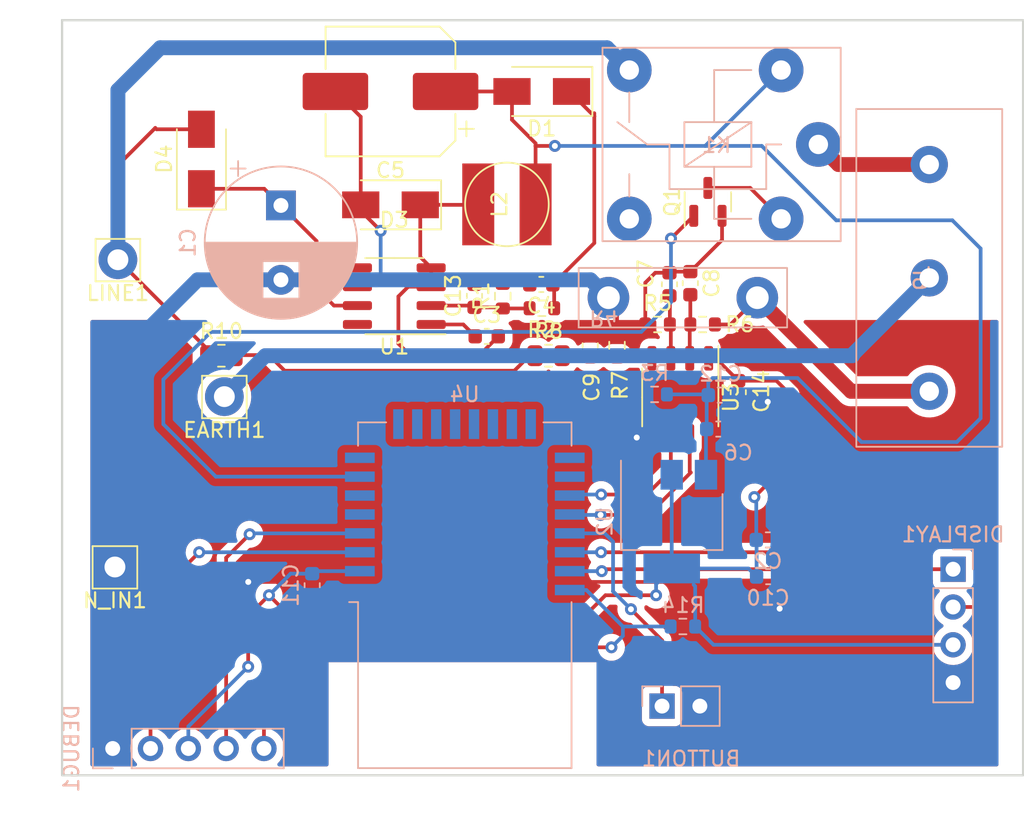
<source format=kicad_pcb>
(kicad_pcb (version 20211014) (generator pcbnew)
  (layers (0 "F.Cu" signal) (31 "B.Cu" signal) (34 "B.Paste" user) (35 "F.Paste" user) (36 "B.SilkS" user "B.Silkscreen") (37 "F.SilkS" user "F.Silkscreen") (38 "B.Mask" user) (39 "F.Mask" user) (44 "Edge.Cuts" user))
  (net 0 "")
  (net 1 "/BUTTON")
  (net 2 "GND")
  (net 3 "Net-(C1-Pad1)")
  (net 4 "+3V3")
  (net 5 "Net-(C3-Pad1)")
  (net 6 "Net-(C4-Pad1)")
  (net 7 "+5V")
  (net 8 "Net-(C7-Pad1)")
  (net 9 "Net-(C8-Pad2)")
  (net 10 "Net-(C9-Pad1)")
  (net 11 "Net-(C13-Pad1)")
  (net 12 "/LINE")
  (net 13 "/DCLK")
  (net 14 "/DDATA")
  (net 15 "/RESET")
  (net 16 "/SDA")
  (net 17 "/SCK")
  (net 18 "/EARTH")
  (net 19 "/LINE_OUT")
  (net 20 "/N_OUT")
  (net 21 "Net-(K1-Pad3)")
  (net 23 "/ON_OFF")
  (net 24 "Net-(R10-Pad2)")
  (net 25 "/CF")
  (net 26 "/CF1")
  (net 40 "/N1")
  (footprint "Capacitor_SMD:CP_Elec_8x10.5" (layer "F.Cu") (at 137.16 40.64 180)
    (fp_text reference "C5" (at 0 -5.3) (layer "F.SilkS"))
    (fp_text value "220uf")
    (pad "1" smd roundrect (at -3.7 0 180) (size 4.4 2.5) (layers "F.Cu" "F.Paste" "F.Mask") (roundrect_rratio 0.1) (net 7 "+5V"))
    (pad "2" smd roundrect (at 3.7 0 180) (size 4.4 2.5) (layers "F.Cu" "F.Paste" "F.Mask") (roundrect_rratio 0.1) (net 2 "GND"))
  )
  (footprint "Package_SO:SOP-8_3.9x4.9mm_P1.27mm" (layer "F.Cu") (at 156.625 61.2 -90)
    (fp_text reference "U3" (at 0 -3.4 90) (layer "F.SilkS"))
    (fp_text value "BL0937")
    (pad "1" smd roundrect (at -2.625 -1.905 270) (size 1.65 0.6) (layers "F.Cu" "F.Paste" "F.Mask") (net 4 "+3V3"))
    (pad "2" smd roundrect (at -2.625 -0.635 270) (size 1.65 0.6) (layers "F.Cu" "F.Paste" "F.Mask") (net 9 "Net-(C8-Pad2)"))
    (pad "3" smd roundrect (at -2.625 0.635 270) (size 1.65 0.6) (layers "F.Cu" "F.Paste" "F.Mask") (net 8 "Net-(C7-Pad1)"))
    (pad "4" smd roundrect (at -2.625 1.905 270) (size 1.65 0.6) (layers "F.Cu" "F.Paste" "F.Mask") (net 10 "Net-(C9-Pad1)"))
    (pad "5" smd roundrect (at 2.625 1.905 270) (size 1.65 0.6) (layers "F.Cu" "F.Paste" "F.Mask") (net 2 "GND"))
    (pad "6" smd roundrect (at 2.625 0.635 270) (size 1.65 0.6) (layers "F.Cu" "F.Paste" "F.Mask") (net 25 "/CF"))
    (pad "7" smd roundrect (at 2.625 -0.635 270) (size 1.65 0.6) (layers "F.Cu" "F.Paste" "F.Mask") (net 26 "/CF1"))
    (pad "8" smd roundrect (at 2.625 -1.905 270) (size 1.65 0.6) (layers "F.Cu" "F.Paste" "F.Mask") (net 2 "GND"))
  )
  (footprint "Resistor_SMD:R_0603_1608Metric" (layer "F.Cu") (at 158.125 56.3 180)
    (fp_text reference "R6" (at -2.5 0) (layer "F.SilkS"))
    (fp_text value "1K")
    (pad "1" smd roundrect (at -0.825 0 180) (size 0.8 0.95) (layers "F.Cu" "F.Paste" "F.Mask") (net 20 "/N_OUT"))
    (pad "2" smd roundrect (at 0.825 0 180) (size 0.8 0.95) (layers "F.Cu" "F.Paste" "F.Mask") (net 9 "Net-(C8-Pad2)"))
  )
  (footprint "Capacitor_SMD:C_0603_1608Metric" (layer "F.Cu") (at 160.52 60.855 90)
    (fp_text reference "C14" (at 0.065 1.55 90) (layer "F.SilkS"))
    (fp_text value "100nF")
    (pad "1" smd roundrect (at -0.775 0 90) (size 0.9 0.95) (layers "F.Cu" "F.Paste" "F.Mask") (net 2 "GND"))
    (pad "2" smd roundrect (at 0.775 0 90) (size 0.9 0.95) (layers "F.Cu" "F.Paste" "F.Mask") (net 4 "+3V3"))
  )
  (footprint "Resistor_SMD:R_0603_1608Metric" (layer "F.Cu") (at 147.33 55.21 180)
    (fp_text reference "R2" (at 0 -1.43) (layer "F.SilkS"))
    (fp_text value "10k")
    (pad "1" smd roundrect (at -0.825 0 180) (size 0.8 0.95) (layers "F.Cu" "F.Paste" "F.Mask") (net 6 "Net-(C4-Pad1)"))
    (pad "2" smd roundrect (at 0.825 0 180) (size 0.8 0.95) (layers "F.Cu" "F.Paste" "F.Mask") (net 11 "Net-(C13-Pad1)"))
  )
  (footprint "Resistor_SMD:R_0603_1608Metric" (layer "F.Cu") (at 144.7 54.4 90)
    (fp_text reference "R1" (at 0 -1.43 90) (layer "F.SilkS"))
    (fp_text value "10k")
    (pad "1" smd roundrect (at -0.825 0 90) (size 0.8 0.95) (layers "F.Cu" "F.Paste" "F.Mask") (net 11 "Net-(C13-Pad1)"))
    (pad "2" smd roundrect (at 0.825 0 90) (size 0.8 0.95) (layers "F.Cu" "F.Paste" "F.Mask") (net 40 "/N1"))
  )
  (footprint "Resistor_SMD:R_0603_1608Metric" (layer "F.Cu") (at 155.1 56.3)
    (fp_text reference "R5" (at 0 -1.43) (layer "F.SilkS"))
    (fp_text value "1k")
    (pad "1" smd roundrect (at -0.825 0) (size 0.8 0.95) (layers "F.Cu" "F.Paste" "F.Mask") (net 2 "GND"))
    (pad "2" smd roundrect (at 0.825 0) (size 0.8 0.95) (layers "F.Cu" "F.Paste" "F.Mask") (net 8 "Net-(C7-Pad1)"))
  )
  (footprint "Diode_SMD:D_SMA" (layer "F.Cu") (at 147.32 40.64 180)
    (fp_text reference "D1" (at 0 -2.5) (layer "F.SilkS"))
    (fp_text value "M7")
    (pad "1" smd rect (at -2 0 180) (size 2.5 1.8) (layers "F.Cu" "F.Paste" "F.Mask") (net 6 "Net-(C4-Pad1)"))
    (pad "2" smd rect (at 2 0 180) (size 2.5 1.8) (layers "F.Cu" "F.Paste" "F.Mask") (net 7 "+5V"))
  )
  (footprint "Package_SO:SOIC-8_3.9x4.9mm_P1.27mm" (layer "F.Cu") (at 137.414 54.396 180)
    (fp_text reference "U1" (at 0 -3.4) (layer "F.SilkS"))
    (fp_text value "MP157")
    (pad "1" smd roundrect (at -2.475 -1.905 180) (size 1.95 0.6) (layers "F.Cu" "F.Paste" "F.Mask") (net 5 "Net-(C3-Pad1)"))
    (pad "2" smd roundrect (at -2.475 -0.635 180) (size 1.95 0.6) (layers "F.Cu" "F.Paste" "F.Mask") (net 11 "Net-(C13-Pad1)"))
    (pad "3" smd roundrect (at -2.475 0.635 180) (size 1.95 0.6) (layers "F.Cu" "F.Paste" "F.Mask") (net 40 "/N1"))
    (pad "4" smd roundrect (at -2.475 1.905 180) (size 1.95 0.6) (layers "F.Cu" "F.Paste" "F.Mask") (net 40 "/N1"))
    (pad "5" smd roundrect (at 2.475 1.905 180) (size 1.95 0.6) (layers "F.Cu" "F.Paste" "F.Mask"))
    (pad "6" smd roundrect (at 2.475 0.635 180) (size 1.95 0.6) (layers "F.Cu" "F.Paste" "F.Mask"))
    (pad "7" smd roundrect (at 2.475 -0.635 180) (size 1.95 0.6) (layers "F.Cu" "F.Paste" "F.Mask") (net 3 "Net-(C1-Pad1)"))
    (pad "8" smd roundrect (at 2.475 -1.905 180) (size 1.95 0.6) (layers "F.Cu" "F.Paste" "F.Mask"))
  )
  (footprint "Diode_SMD:D_SMA" (layer "F.Cu") (at 137.16 48.26 180)
    (fp_text reference "D3" (at -0.254 -1.016) (layer "F.SilkS"))
    (fp_text value "ES1G")
    (pad "1" smd rect (at -2 0 180) (size 2.5 1.8) (layers "F.Cu" "F.Paste" "F.Mask") (net 40 "/N1"))
    (pad "2" smd rect (at 2 0 180) (size 2.5 1.8) (layers "F.Cu" "F.Paste" "F.Mask") (net 2 "GND"))
  )
  (footprint "Resistor_SMD:R_0805_2012Metric" (layer "F.Cu") (at 125.8 58.4)
    (fp_text reference "R10" (at 0 -1.65) (layer "F.SilkS"))
    (fp_text value "1M")
    (pad "1" smd roundrect (at -0.9125 0) (size 1.025 1.4) (layers "F.Cu" "F.Paste" "F.Mask") (roundrect_rratio 0.243902439) (net 12 "/LINE"))
    (pad "2" smd roundrect (at 0.9125 0) (size 1.025 1.4) (layers "F.Cu" "F.Paste" "F.Mask") (roundrect_rratio 0.243902439) (net 24 "Net-(R10-Pad2)"))
  )
  (footprint "Capacitor_SMD:C_0603_1608Metric" (layer "F.Cu") (at 147.29 53.61 180)
    (fp_text reference "C4" (at 0 -1.43) (layer "F.SilkS"))
    (fp_text value "330nF")
    (pad "1" smd roundrect (at -0.775 0 180) (size 0.9 0.95) (layers "F.Cu" "F.Paste" "F.Mask") (net 6 "Net-(C4-Pad1)"))
    (pad "2" smd roundrect (at 0.775 0 180) (size 0.9 0.95) (layers "F.Cu" "F.Paste" "F.Mask") (net 40 "/N1"))
  )
  (footprint "Capacitor_SMD:C_0603_1608Metric" (layer "F.Cu") (at 157.3 53.525 -90)
    (fp_text reference "C8" (at 0 -1.43 90) (layer "F.SilkS"))
    (fp_text value "33nF")
    (pad "1" smd roundrect (at -0.775 0 270) (size 0.9 0.95) (layers "F.Cu" "F.Paste" "F.Mask") (net 2 "GND"))
    (pad "2" smd roundrect (at 0.775 0 270) (size 0.9 0.95) (layers "F.Cu" "F.Paste" "F.Mask") (net 9 "Net-(C8-Pad2)"))
  )
  (footprint "Capacitor_SMD:C_0603_1608Metric" (layer "F.Cu") (at 150.575 57.7 90)
    (fp_text reference "C9" (at -2.825 0.1 90) (layer "F.SilkS"))
    (fp_text value "33nF")
    (pad "1" smd roundrect (at -0.775 0 90) (size 0.9 0.95) (layers "F.Cu" "F.Paste" "F.Mask") (net 10 "Net-(C9-Pad1)"))
    (pad "2" smd roundrect (at 0.775 0 90) (size 0.9 0.95) (layers "F.Cu" "F.Paste" "F.Mask") (net 2 "GND"))
  )
  (footprint "Diode_SMD:D_SMA" (layer "F.Cu") (at 124.46 45.18 90)
    (fp_text reference "D4" (at 0 -2.5 90) (layer "F.SilkS"))
    (fp_text value "M7")
    (pad "1" smd rect (at -2 0 90) (size 2.5 1.8) (layers "F.Cu" "F.Paste" "F.Mask") (net 3 "Net-(C1-Pad1)"))
    (pad "2" smd rect (at 2 0 90) (size 2.5 1.8) (layers "F.Cu" "F.Paste" "F.Mask") (net 12 "/LINE"))
  )
  (footprint "Package_TO_SOT_SMD:SOT-23" (layer "F.Cu") (at 158.48 48.06 90)
    (fp_text reference "Q1" (at 0 -2.4 90) (layer "F.SilkS"))
    (fp_text value "AO3400A")
    (pad "1" smd roundrect (at -0.9375 -0.95 90) (size 1.475 0.6) (layers "F.Cu" "F.Paste" "F.Mask") (net 23 "/ON_OFF"))
    (pad "2" smd roundrect (at -0.9375 0.95 90) (size 1.475 0.6) (layers "F.Cu" "F.Paste" "F.Mask") (net 2 "GND"))
    (pad "3" smd roundrect (at 0.9375 0 90) (size 1.475 0.6) (layers "F.Cu" "F.Paste" "F.Mask") (net 21 "Net-(K1-Pad3)"))
  )
  (footprint "Resistor_SMD:R_0805_2012Metric" (layer "F.Cu") (at 147.775 58.4)
    (fp_text reference "R8" (at 0 -1.65) (layer "F.SilkS"))
    (fp_text value "1M")
    (pad "1" smd roundrect (at -0.9125 0) (size 1.025 1.4) (layers "F.Cu" "F.Paste" "F.Mask") (roundrect_rratio 0.243902439) (net 24 "Net-(R10-Pad2)"))
    (pad "2" smd roundrect (at 0.9125 0) (size 1.025 1.4) (layers "F.Cu" "F.Paste" "F.Mask") (roundrect_rratio 0.243902439) (net 10 "Net-(C9-Pad1)"))
  )
  (footprint "Connector_Pin:Pin_D1.4mm_L8.5mm_W2.8mm_FlatFork" (layer "F.Cu") (at 118.65 72.6)
    (fp_text reference "N_IN1" (at 0 2.25) (layer "F.SilkS"))
    (fp_text value "Conn_01x01_Female")
    (pad "1" thru_hole circle (at 0 0) (size 2.6 2.6) (drill 1.4) (layers *.Cu *.Mask) (net 2 "GND"))
  )
  (footprint "Capacitor_SMD:C_0603_1608Metric" (layer "F.Cu") (at 142.8 54.375 90)
    (fp_text reference "C13" (at 0 -1.43 90) (layer "F.SilkS"))
    (fp_text value "470p")
    (pad "1" smd roundrect (at -0.775 0 90) (size 0.9 0.95) (layers "F.Cu" "F.Paste" "F.Mask") (net 11 "Net-(C13-Pad1)"))
    (pad "2" smd roundrect (at 0.775 0 90) (size 0.9 0.95) (layers "F.Cu" "F.Paste" "F.Mask") (net 40 "/N1"))
  )
  (footprint "Capacitor_SMD:C_0603_1608Metric" (layer "F.Cu") (at 155.9 53.6 90)
    (fp_text reference "C7" (at 0.7 -1.6 90) (layer "F.SilkS"))
    (fp_text value "33nF")
    (pad "1" smd roundrect (at -0.775 0 90) (size 0.9 0.95) (layers "F.Cu" "F.Paste" "F.Mask") (net 8 "Net-(C7-Pad1)"))
    (pad "2" smd roundrect (at 0.775 0 90) (size 0.9 0.95) (layers "F.Cu" "F.Paste" "F.Mask") (net 2 "GND"))
  )
  (footprint "Connector_Pin:Pin_D1.4mm_L8.5mm_W2.8mm_FlatFork" (layer "F.Cu") (at 126 61.15)
    (fp_text reference "EARTH1" (at 0 2.25) (layer "F.SilkS"))
    (fp_text value "Conn_01x01_Female")
    (pad "1" thru_hole circle (at 0 0) (size 2.6 2.6) (drill 1.4) (layers *.Cu *.Mask) (net 18 "/EARTH"))
  )
  (footprint "Connector_Pin:Pin_D1.4mm_L8.5mm_W2.8mm_FlatFork" (layer "F.Cu") (at 118.85 51.95)
    (fp_text reference "LINE1" (at 0 2.25) (layer "F.SilkS"))
    (fp_text value "Conn_01x01_Female")
    (pad "1" thru_hole circle (at 0 0) (size 2.6 2.6) (drill 1.4) (layers *.Cu *.Mask) (net 12 "/LINE"))
  )
  (footprint "custom:sumida_CD54" (layer "F.Cu") (at 144.98 48.23 90)
    (fp_text reference "L2" (at 0 -0.5 90 unlocked) (layer "F.SilkS"))
    (fp_text value "1000uH")
    (pad "1" smd rect (at 0 -1.925 90) (size 5.5 2.15) (layers "F.Cu" "F.Paste" "F.Mask") (net 40 "/N1"))
    (pad "2" smd rect (at 0 1.925 90) (size 5.5 2.15) (layers "F.Cu" "F.Paste" "F.Mask") (net 7 "+5V"))
  )
  (footprint "Capacitor_SMD:C_0603_1608Metric" (layer "F.Cu") (at 143.625 57.1)
    (fp_text reference "C3" (at 0 -1.43) (layer "F.SilkS"))
    (fp_text value "10uf")
    (pad "1" smd roundrect (at -0.775 0) (size 0.9 0.95) (layers "F.Cu" "F.Paste" "F.Mask") (net 5 "Net-(C3-Pad1)"))
    (pad "2" smd roundrect (at 0.775 0) (size 0.9 0.95) (layers "F.Cu" "F.Paste" "F.Mask") (net 40 "/N1"))
  )
  (footprint "Resistor_SMD:R_0603_1608Metric" (layer "F.Cu") (at 152.375 57.7 90)
    (fp_text reference "R7" (at -2.7 0.2 90) (layer "F.SilkS"))
    (fp_text value "1K")
    (pad "1" smd roundrect (at -0.825 0 90) (size 0.8 0.95) (layers "F.Cu" "F.Paste" "F.Mask") (net 10 "Net-(C9-Pad1)"))
    (pad "2" smd roundrect (at 0.825 0 90) (size 0.8 0.95) (layers "F.Cu" "F.Paste" "F.Mask") (net 2 "GND"))
  )
  (footprint "Package_TO_SOT_SMD:SOT-223" (layer "B.Cu") (at 156.05 69.55 -90)
    (fp_text reference "U2" (at 0 4.5 90) (layer "B.SilkS") (effects (justify mirror)))
    (fp_text value "LM1117-3.3")
    (pad "1" smd rect (at -3.15 2.3 270) (size 2 1.5) (layers "B.Cu" "B.Paste" "B.Mask") (net 2 "GND"))
    (pad "2" smd rect (at -3.15 0 270) (size 2 1.5) (layers "B.Cu" "B.Paste" "B.Mask") (net 4 "+3V3"))
    (pad "3" smd rect (at -3.15 -2.3 270) (size 2 1.5) (layers "B.Cu" "B.Paste" "B.Mask") (net 7 "+5V"))
    (pad "4" smd rect (at 3.15 0 270) (size 2 3.8) (layers "B.Cu" "B.Paste" "B.Mask") (net 4 "+3V3"))
  )
  (footprint "Connector_PinSocket_2.54mm:PinSocket_1x05_P2.54mm_Vertical" (layer "B.Cu") (at 118.5 84.8 -90)
    (fp_text reference "DEBUG1" (at 0 2.77 90) (layer "B.SilkS") (effects (justify mirror)))
    (fp_text value "Conn_01x05")
    (pad "1" thru_hole rect (at 0 0 270) (size 1.7 1.7) (drill 1) (layers *.Cu *.Mask) (net 2 "GND"))
    (pad "2" thru_hole oval (at 0 -2.54 270) (size 1.7 1.7) (drill 1) (layers *.Cu *.Mask) (net 13 "/DCLK"))
    (pad "3" thru_hole oval (at 0 -5.08 270) (size 1.7 1.7) (drill 1) (layers *.Cu *.Mask) (net 4 "+3V3"))
    (pad "4" thru_hole oval (at 0 -7.62 270) (size 1.7 1.7) (drill 1) (layers *.Cu *.Mask) (net 14 "/DDATA"))
    (pad "5" thru_hole oval (at 0 -10.16 270) (size 1.7 1.7) (drill 1) (layers *.Cu *.Mask) (net 15 "/RESET"))
  )
  (footprint "Capacitor_SMD:C_0603_1608Metric" (layer "B.Cu") (at 162.505 70.78)
    (fp_text reference "C2" (at 0 1.43) (layer "B.SilkS") (effects (justify mirror)))
    (fp_text value "10uF")
    (pad "1" smd roundrect (at -0.775 0) (size 0.9 0.95) (layers "B.Cu" "B.Paste" "B.Mask") (net 4 "+3V3"))
    (pad "2" smd roundrect (at 0.775 0) (size 0.9 0.95) (layers "B.Cu" "B.Paste" "B.Mask") (net 2 "GND"))
  )
  (footprint "custom:KF128-7.5_3P" (layer "B.Cu") (at 173.35 53.17 -90)
    (fp_text reference "J9" (at 0 0.5 90 unlocked) (layer "B.SilkS") (effects (justify mirror)))
    (fp_text value "KF128-7.5-3P")
    (pad "1" thru_hole circle (at -7.62 0 270) (size 2.5 2.5) (drill 1.3) (layers *.Cu *.Mask) (net 19 "/LINE_OUT"))
    (pad "2" thru_hole circle (at 0 0 270) (size 2.5 2.5) (drill 1.3) (layers *.Cu *.Mask) (net 18 "/EARTH"))
    (pad "3" thru_hole circle (at 7.62 0 270) (size 2.5 2.5) (drill 1.3) (layers *.Cu *.Mask) (net 20 "/N_OUT"))
  )
  (footprint "Capacitor_SMD:C_0603_1608Metric" (layer "B.Cu") (at 159.175 63.33)
    (fp_text reference "C6" (at 1.345 1.59) (layer "B.SilkS") (effects (justify mirror)))
    (fp_text value "10uF")
    (pad "1" smd roundrect (at -0.775 0) (size 0.9 0.95) (layers "B.Cu" "B.Paste" "B.Mask") (net 7 "+5V"))
    (pad "2" smd roundrect (at 0.775 0) (size 0.9 0.95) (layers "B.Cu" "B.Paste" "B.Mask") (net 2 "GND"))
  )
  (footprint "Capacitor_SMD:C_0603_1608Metric" (layer "B.Cu") (at 162.525 73.25)
    (fp_text reference "C10" (at 0 1.43) (layer "B.SilkS") (effects (justify mirror)))
    (fp_text value "100nF")
    (pad "1" smd roundrect (at -0.775 0) (size 0.9 0.95) (layers "B.Cu" "B.Paste" "B.Mask") (net 4 "+3V3"))
    (pad "2" smd roundrect (at 0.775 0) (size 0.9 0.95) (layers "B.Cu" "B.Paste" "B.Mask") (net 2 "GND"))
  )
  (footprint "Capacitor_SMD:C_0603_1608Metric" (layer "B.Cu") (at 159.28 61.05)
    (fp_text reference "C12" (at 0.06 -1.43) (layer "B.SilkS") (effects (justify mirror)))
    (fp_text value "100nF")
    (pad "1" smd roundrect (at -0.775 0) (size 0.9 0.95) (layers "B.Cu" "B.Paste" "B.Mask") (net 7 "+5V"))
    (pad "2" smd roundrect (at 0.775 0) (size 0.9 0.95) (layers "B.Cu" "B.Paste" "B.Mask") (net 2 "GND"))
  )
  (footprint "Resistor_SMD:R_0603_1608Metric" (layer "B.Cu") (at 156.8 76.6 180)
    (fp_text reference "R14" (at 0 1.43) (layer "B.SilkS") (effects (justify mirror)))
    (fp_text value "4.7k")
    (pad "1" smd roundrect (at -0.825 0 180) (size 0.8 0.95) (layers "B.Cu" "B.Paste" "B.Mask") (net 4 "+3V3"))
    (pad "2" smd roundrect (at 0.825 0 180) (size 0.8 0.95) (layers "B.Cu" "B.Paste" "B.Mask") (net 15 "/RESET"))
  )
  (footprint "Connector_PinHeader_2.54mm:PinHeader_1x02_P2.54mm_Vertical" (layer "B.Cu") (at 155.4 81.95 -90)
    (fp_text reference "BUTTON1" (at 3.54 -1.95) (layer "B.SilkS") (effects (justify mirror)))
    (fp_text value "SW_Push")
    (pad "1" thru_hole rect (at 0 0 270) (size 1.7 1.7) (drill 1) (layers *.Cu *.Mask) (net 1 "/BUTTON"))
    (pad "2" thru_hole oval (at 0 -2.54 270) (size 1.7 1.7) (drill 1) (layers *.Cu *.Mask) (net 2 "GND"))
  )
  (footprint "Capacitor_SMD:C_0603_1608Metric" (layer "B.Cu") (at 131.9 73.825 -90)
    (fp_text reference "C11" (at 0 1.43 -270) (layer "B.SilkS") (effects (justify mirror)))
    (fp_text value "100nf")
    (pad "1" smd roundrect (at -0.775 0 270) (size 0.9 0.95) (layers "B.Cu" "B.Paste" "B.Mask") (net 4 "+3V3"))
    (pad "2" smd roundrect (at 0.775 0 270) (size 0.9 0.95) (layers "B.Cu" "B.Paste" "B.Mask") (net 2 "GND"))
  )
  (footprint "RF_Module:E18-MS1-PCB" (layer "B.Cu") (at 142.15 74.5)
    (fp_text reference "U4" (at 0 -13.5) (layer "B.SilkS") (effects (justify mirror)))
    (fp_text value "E18-MS1-PCB")
    (pad "1" smd rect (at -7.05 -0.35 90) (size 0.7 2) (layers "B.Cu" "B.Paste" "B.Mask") (net 2 "GND"))
    (pad "2" smd rect (at -7.05 -1.62 90) (size 0.7 2) (layers "B.Cu" "B.Paste" "B.Mask") (net 4 "+3V3"))
    (pad "3" smd rect (at -7.05 -2.89 90) (size 0.7 2) (layers "B.Cu" "B.Paste" "B.Mask") (net 13 "/DCLK"))
    (pad "4" smd rect (at -7.05 -4.16 90) (size 0.7 2) (layers "B.Cu" "B.Paste" "B.Mask") (net 14 "/DDATA"))
    (pad "5" smd rect (at -7.05 -5.43 90) (size 0.7 2) (layers "B.Cu" "B.Paste" "B.Mask"))
    (pad "6" smd rect (at -7.05 -6.7 90) (size 0.7 2) (layers "B.Cu" "B.Paste" "B.Mask"))
    (pad "7" smd rect (at -7.05 -7.97 90) (size 0.7 2) (layers "B.Cu" "B.Paste" "B.Mask") (net 23 "/ON_OFF"))
    (pad "8" smd rect (at -7.05 -9.24 90) (size 0.7 2) (layers "B.Cu" "B.Paste" "B.Mask"))
    (pad "9" smd rect (at -4.46 -11.5 180) (size 0.7 2) (layers "B.Cu" "B.Paste" "B.Mask"))
    (pad "10" smd rect (at -3.19 -11.5 180) (size 0.7 2) (layers "B.Cu" "B.Paste" "B.Mask"))
    (pad "11" smd rect (at -1.92 -11.5 180) (size 0.7 2) (layers "B.Cu" "B.Paste" "B.Mask"))
    (pad "12" smd rect (at -0.65 -11.5 180) (size 0.7 2) (layers "B.Cu" "B.Paste" "B.Mask"))
    (pad "13" smd rect (at 0.62 -11.5 180) (size 0.7 2) (layers "B.Cu" "B.Paste" "B.Mask"))
    (pad "14" smd rect (at 1.89 -11.5 180) (size 0.7 2) (layers "B.Cu" "B.Paste" "B.Mask"))
    (pad "15" smd rect (at 3.16 -11.5 180) (size 0.7 2) (layers "B.Cu" "B.Paste" "B.Mask"))
    (pad "16" smd rect (at 4.43 -11.5 180) (size 0.7 2) (layers "B.Cu" "B.Paste" "B.Mask"))
    (pad "17" smd rect (at 7.05 -9.24 270) (size 0.7 2) (layers "B.Cu" "B.Paste" "B.Mask"))
    (pad "18" smd rect (at 7.05 -7.97 270) (size 0.7 2) (layers "B.Cu" "B.Paste" "B.Mask"))
    (pad "19" smd rect (at 7.05 -6.7 270) (size 0.7 2) (layers "B.Cu" "B.Paste" "B.Mask") (net 25 "/CF"))
    (pad "20" smd rect (at 7.05 -5.43 270) (size 0.7 2) (layers "B.Cu" "B.Paste" "B.Mask") (net 26 "/CF1"))
    (pad "21" smd rect (at 7.05 -4.16 270) (size 0.7 2) (layers "B.Cu" "B.Paste" "B.Mask") (net 1 "/BUTTON"))
    (pad "22" smd rect (at 7.05 -2.89 270) (size 0.7 2) (layers "B.Cu" "B.Paste" "B.Mask") (net 17 "/SCK"))
    (pad "23" smd rect (at 7.05 -1.62 270) (size 0.7 2) (layers "B.Cu" "B.Paste" "B.Mask") (net 16 "/SDA"))
    (pad "24" smd rect (at 7.05 -0.35 270) (size 0.7 2) (layers "B.Cu" "B.Paste" "B.Mask") (net 15 "/RESET"))
  )
  (footprint "custom:Relay_SPDT_SONGLE_SRA" (layer "B.Cu") (at 158.4 44.2 180)
    (fp_text reference "K1" (at -0.6604 -0.0508 unlocked) (layer "B.SilkS") (effects (justify mirror)))
    (fp_text value "SRA-12VDC-CL")
    (pad "1" thru_hole circle (at -7.5 0 180) (size 3 3) (drill 1.3) (layers *.Cu *.Mask) (net 19 "/LINE_OUT"))
    (pad "2" thru_hole circle (at -5 5 180) (size 3 3) (drill 1.3) (layers *.Cu *.Mask) (net 7 "+5V"))
    (pad "3" thru_hole circle (at -5 -5 180) (size 3 3) (drill 1.3) (layers *.Cu *.Mask) (net 21 "Net-(K1-Pad3)"))
    (pad "4" thru_hole circle (at 5.2 5 180) (size 3 3) (drill 1.3) (layers *.Cu *.Mask) (net 12 "/LINE"))
    (pad "5" thru_hole circle (at 5.2 -5 180) (size 3 3) (drill 1.3) (layers *.Cu *.Mask))
  )
  (footprint "custom:ManganeseCooperResistor" (layer "B.Cu") (at 151.8 54.5)
    (fp_text reference "R4" (at -0.3048 1.3716 180 unlocked) (layer "B.SilkS") (effects (justify mirror)))
    (fp_text value "0.02")
    (pad "1" thru_hole circle (at 0 0) (size 2.794 2.794) (drill 1.524) (layers *.Cu *.Mask) (net 2 "GND"))
    (pad "2" thru_hole circle (at 10 0) (size 2.794 2.794) (drill 1.524) (layers *.Cu *.Mask) (net 20 "/N_OUT"))
  )
  (footprint "Resistor_SMD:R_0603_1608Metric" (layer "B.Cu") (at 154.9 61 180)
    (fp_text reference "R3" (at 0 1.43) (layer "B.SilkS") (effects (justify mirror)))
    (fp_text value "2k")
    (pad "1" smd roundrect (at -0.825 0 180) (size 0.8 0.95) (layers "B.Cu" "B.Paste" "B.Mask") (net 7 "+5V"))
    (pad "2" smd roundrect (at 0.825 0 180) (size 0.8 0.95) (layers "B.Cu" "B.Paste" "B.Mask") (net 2 "GND"))
  )
  (footprint "Connector_PinHeader_2.54mm:PinHeader_1x04_P2.54mm_Vertical" (layer "B.Cu") (at 174.95 72.75 180)
    (fp_text reference "DISPLAY1" (at 0 2.33) (layer "B.SilkS") (effects (justify mirror)))
    (fp_text value "Conn_01x04")
    (pad "1" thru_hole rect (at 0 0 180) (size 1.7 1.7) (drill 1) (layers *.Cu *.Mask) (net 16 "/SDA"))
    (pad "2" thru_hole oval (at 0 -2.54 180) (size 1.7 1.7) (drill 1) (layers *.Cu *.Mask) (net 17 "/SCK"))
    (pad "3" thru_hole oval (at 0 -5.08 180) (size 1.7 1.7) (drill 1) (layers *.Cu *.Mask) (net 4 "+3V3"))
    (pad "4" thru_hole oval (at 0 -7.62 180) (size 1.7 1.7) (drill 1) (layers *.Cu *.Mask) (net 2 "GND"))
  )
  (footprint "Capacitor_THT:CP_Radial_D10.0mm_P5.00mm" (layer "B.Cu") (at 129.8 48.3 -90)
    (fp_text reference "C1" (at 2.5 6.25 90) (layer "B.SilkS") (effects (justify mirror)))
    (fp_text value "10uF")
    (pad "1" thru_hole rect (at 0 0 270) (size 2 2) (drill 1) (layers *.Cu *.Mask) (net 3 "Net-(C1-Pad1)"))
    (pad "2" thru_hole circle (at 5 0 270) (size 2 2) (drill 1) (layers *.Cu *.Mask) (net 2 "GND"))
  )
  (gr_rect (start 179.65 35.85) (end 115.1 86.6) (layer "Edge.Cuts") (width 0.15) (fill none))
  (segment (start 155.4 77.53) (end 155.4 81.95) (width 0.25) (layer "F.Cu") (net 1))
  (segment (start 153.31 75.44) (end 155.4 77.53) (width 0.25) (layer "F.Cu") (net 1))
  (via (at 153.31 75.44) (size 0.8) (drill 0.4) (layers "F.Cu" "B.Cu") (net 1))
  (segment (start 151.5 70.29) (end 152.11 70.9) (width 0.25) (layer "B.Cu") (net 1))
  (segment (start 152.11 74.22) (end 152.11 74.24) (width 0.25) (layer "B.Cu") (net 1))
  (segment (start 149.2 70.34) (end 151.45 70.34) (width 0.25) (layer "B.Cu") (net 1))
  (segment (start 151.45 70.34) (end 151.5 70.29) (width 0.25) (layer "B.Cu") (net 1))
  (segment (start 152.11 70.9) (end 152.11 74.22) (width 0.25) (layer "B.Cu") (net 1))
  (segment (start 152.11 74.24) (end 153.31 75.44) (width 0.25) (layer "B.Cu") (net 1))
  (segment (start 152.375 55.075) (end 151.8 54.5) (width 0.25) (layer "F.Cu") (net 2))
  (segment (start 153.7 63.9) (end 154.645 63.9) (width 0.25) (layer "F.Cu") (net 2))
  (segment (start 158.53 63.825) (end 158.53 63.62) (width 0.25) (layer "F.Cu") (net 2))
  (segment (start 159.4 73.6) (end 159.395489 73.604511) (width 0.25) (layer "F.Cu") (net 2))
  (segment (start 163.3 75.4) (end 163.3 76.59) (width 0.25) (layer "F.Cu") (net 2))
  (segment (start 135.16 48.26) (end 135.16 48.66) (width 0.25) (layer "F.Cu") (net 2))
  (segment (start 157.3 52.75) (end 159.43 50.62) (width 0.25) (layer "F.Cu") (net 2))
  (segment (start 161.2 75.4) (end 159.4 73.6) (width 0.25) (layer "F.Cu") (net 2))
  (segment (start 153.7 56.875) (end 154.275 56.3) (width 0.25) (layer "F.Cu") (net 2))
  (segment (start 133.46 40.64) (end 135.16 42.34) (width 0.25) (layer "F.Cu") (net 2))
  (segment (start 159.395489 73.604511) (end 127.604511 73.604511) (width 0.25) (layer "F.Cu") (net 2))
  (segment (start 174.95 80.37) (end 159.52 80.37) (width 0.25) (layer "F.Cu") (net 2))
  (segment (start 154.72 62.48) (end 154.72 63.825) (width 0.25) (layer "F.Cu") (net 2))
  (segment (start 159.52 80.37) (end 157.94 81.95) (width 0.25) (layer "F.Cu") (net 2))
  (segment (start 118.5 72.75) (end 118.65 72.6) (width 0.25) (layer "F.Cu") (net 2))
  (segment (start 162.37 61.63) (end 162.5 61.5) (width 0.25) (layer "F.Cu") (net 2))
  (segment (start 127.6 73.6) (end 127.604511 73.604511) (width 0.25) (layer "F.Cu") (net 2))
  (segment (start 154.645 63.9) (end 154.72 63.825) (width 0.25) (layer "F.Cu") (net 2))
  (segment (start 135.16 48.66) (end 136.5 50) (width 0.25) (layer "F.Cu") (net 2))
  (segment (start 152.325 56.925) (end 152.375 56.875) (width 0.25) (layer "F.Cu") (net 2))
  (segment (start 157.8 61.7) (end 155.5 61.7) (width 0.25) (layer "F.Cu") (net 2))
  (segment (start 155.9 52.825) (end 154.945 52.825) (width 0.25) (layer "F.Cu") (net 2))
  (segment (start 157.3 52.75) (end 155.975 52.75) (width 0.25) (layer "F.Cu") (net 2))
  (segment (start 158.53 63.62) (end 160.52 61.63) (width 0.25) (layer "F.Cu") (net 2))
  (segment (start 163.3 75.4) (end 161.2 75.4) (width 0.25) (layer "F.Cu") (net 2))
  (segment (start 158.53 63.825) (end 158.53 62.43) (width 0.25) (layer "F.Cu") (net 2))
  (segment (start 135.16 42.34) (end 135.16 48.26) (width 0.25) (layer "F.Cu") (net 2))
  (segment (start 163.3 76.59) (end 157.94 81.95) (width 0.25) (layer "F.Cu") (net 2))
  (segment (start 159.43 50.62) (end 159.43 48.9975) (width 0.25) (layer "F.Cu") (net 2))
  (segment (start 155.975 52.75) (end 155.9 52.825) (width 0.25) (layer "F.Cu") (net 2))
  (segment (start 154.945 52.825) (end 154.275 53.495) (width 0.25) (layer "F.Cu") (net 2))
  (segment (start 152.375 56.875) (end 152.375 55.075) (width 0.25) (layer "F.Cu") (net 2))
  (segment (start 152.375 56.875) (end 153.7 56.875) (width 0.25) (layer "F.Cu") (net 2))
  (segment (start 154.275 53.495) (end 154.275 56.3) (width 0.25) (layer "F.Cu") (net 2))
  (segment (start 160.52 61.63) (end 162.37 61.63) (width 0.25) (layer "F.Cu") (net 2))
  (segment (start 118.5 84.8) (end 118.5 72.75) (width 0.25) (layer "F.Cu") (net 2))
  (segment (start 150.575 56.925) (end 152.325 56.925) (width 0.25) (layer "F.Cu") (net 2))
  (segment (start 158.53 62.43) (end 157.8 61.7) (width 0.25) (layer "F.Cu") (net 2))
  (segment (start 155.5 61.7) (end 154.72 62.48) (width 0.25) (layer "F.Cu") (net 2))
  (via (at 127.604511 73.604511) (size 0.8) (drill 0.4) (layers "F.Cu" "B.Cu") (net 2))
  (via (at 153.7 63.9) (size 0.8) (drill 0.4) (layers "F.Cu" "B.Cu") (net 2))
  (via (at 163.3 75.4) (size 0.8) (drill 0.4) (layers "F.Cu" "B.Cu") (net 2))
  (via (at 162.5 61.5) (size 0.8) (drill 0.4) (layers "F.Cu" "B.Cu") (net 2))
  (via (at 136.5 50) (size 0.8) (drill 0.4) (layers "F.Cu" "B.Cu") (net 2))
  (segment (start 153.7 63.9) (end 153.7 61.375) (width 0.25) (layer "B.Cu") (net 2))
  (segment (start 153.7 61.375) (end 154.075 61) (width 0.25) (layer "B.Cu") (net 2))
  (segment (start 163.3 73.25) (end 163.3 70.8) (width 0.25) (layer "B.Cu") (net 2))
  (segment (start 136.2 53.3) (end 150.6 53.3) (width 1) (layer "B.Cu") (net 2))
  (segment (start 159.95 63.33) (end 163.3 66.68) (width 0.25) (layer "B.Cu") (net 2))
  (segment (start 163.3 73.25) (end 163.3 75.4) (width 0.25) (layer "B.Cu") (net 2))
  (segment (start 162.05 61.05) (end 162.5 61.5) (width 0.25) (layer "B.Cu") (net 2))
  (segment (start 135.1 74.15) (end 133.95 74.15) (width 0.25) (layer "B.Cu") (net 2))
  (segment (start 153.75 66.4) (end 153.75 63.95) (width 0.25) (layer "B.Cu") (net 2))
  (segment (start 129.8 53.3) (end 124.2 53.3) (width 1) (layer "B.Cu") (net 2))
  (segment (start 120.5 72.6) (end 118.65 72.6) (width 0.25) (layer "B.Cu") (net 2))
  (segment (start 163.3 66.68) (end 163.3 70.76) (width 0.25) (layer "B.Cu") (net 2))
  (segment (start 122.35 76.3) (end 118.65 72.6) (width 0.25) (layer "B.Cu") (net 2))
  (segment (start 163.3 70.8) (end 163.28 70.78) (width 0.25) (layer "B.Cu") (net 2))
  (segment (start 129.8 53.3) (end 136.2 53.3) (width 1) (layer "B.Cu") (net 2))
  (segment (start 153.75 63.95) (end 153.7 63.9) (width 0.25) (layer "B.Cu") (net 2))
  (segment (start 130.2 76.3) (end 122.35 76.3) (width 0.25) (layer "B.Cu") (net 2))
  (segment (start 124.2 53.3) (end 118.65 58.85) (width 1) (layer "B.Cu") (net 2))
  (segment (start 118.65 58.85) (end 118.65 72.6) (width 1) (layer "B.Cu") (net 2))
  (segment (start 150.6 53.3) (end 151.8 54.5) (width 1) (layer "B.Cu") (net 2))
  (segment (start 136.5 53) (end 136.2 53.3) (width 0.25) (layer "B.Cu") (net 2))
  (segment (start 136.5 50) (end 136.5 53) (width 0.25) (layer "B.Cu") (net 2))
  (segment (start 160.055 61.05) (end 162.05 61.05) (width 0.25) (layer "B.Cu") (net 2))
  (segment (start 121.5 73.6) (end 120.5 72.6) (width 0.25) (layer "B.Cu") (net 2))
  (segment (start 159.95 63.33) (end 159.95 61.155) (width 0.25) (layer "B.Cu") (net 2))
  (segment (start 163.3 70.76) (end 163.28 70.78) (width 0.25) (layer "B.Cu") (net 2))
  (segment (start 159.95 61.155) (end 160.055 61.05) (width 0.25) (layer "B.Cu") (net 2))
  (segment (start 133.95 74.15) (end 133.5 74.6) (width 0.25) (layer "B.Cu") (net 2))
  (segment (start 131.9 74.6) (end 130.2 76.3) (width 0.25) (layer "B.Cu") (net 2))
  (segment (start 133.5 74.6) (end 131.9 74.6) (width 0.25) (layer "B.Cu") (net 2))
  (segment (start 127.6 73.6) (end 121.5 73.6) (width 0.25) (layer "B.Cu") (net 2))
  (segment (start 127.604511 73.604511) (end 127.6 73.6) (width 0.25) (layer "B.Cu") (net 2))
  (segment (start 124.46 47.18) (end 128.68 47.18) (width 0.25) (layer "F.Cu") (net 3))
  (segment (start 132.19 50.69) (end 129.8 48.3) (width 0.25) (layer "F.Cu") (net 3))
  (segment (start 133.361 55.031) (end 132.19 53.86) (width 0.25) (layer "F.Cu") (net 3))
  (segment (start 134.939 55.031) (end 133.361 55.031) (width 0.25) (layer "F.Cu") (net 3))
  (segment (start 132.19 53.86) (end 132.19 50.69) (width 0.25) (layer "F.Cu") (net 3))
  (segment (start 128.68 47.18) (end 129.8 48.3) (width 0.25) (layer "F.Cu") (net 3))
  (segment (start 127.6 79.3) (end 127.6 75.9) (width 0.25) (layer "F.Cu") (net 4))
  (segment (start 155 74.5) (end 151.6 74.5) (width 0.25) (layer "F.Cu") (net 4))
  (segment (start 164 61) (end 164 65.5) (width 0.25) (layer "F.Cu") (net 4))
  (segment (start 160.52 60.08) (end 163.08 60.08) (width 0.25) (layer "F.Cu") (net 4))
  (segment (start 163.08 60.08) (end 164 61) (width 0.25) (layer "F.Cu") (net 4))
  (segment (start 159.015 58.575) (end 160.52 60.08) (width 0.25) (layer "F.Cu") (net 4))
  (segment (start 149.5 76.6) (end 131.1 76.6) (width 0.25) (layer "F.Cu") (net 4))
  (segment (start 158.53 58.575) (end 159.015 58.575) (width 0.25) (layer "F.Cu") (net 4))
  (segment (start 164 65.5) (end 161.6 67.9) (width 0.25) (layer "F.Cu") (net 4))
  (segment (start 127.6 75.9) (end 129 74.5) (width 0.25) (layer "F.Cu") (net 4))
  (segment (start 151.6 74.5) (end 149.5 76.6) (width 0.25) (layer "F.Cu") (net 4))
  (segment (start 131.1 76.6) (end 129 74.5) (width 0.25) (layer "F.Cu") (net 4))
  (via (at 155 74.5) (size 0.8) (drill 0.4) (layers "F.Cu" "B.Cu") (net 4))
  (via (at 127.6 79.3) (size 0.8) (drill 0.4) (layers "F.Cu" "B.Cu") (net 4))
  (via (at 161.6 67.9) (size 0.8) (drill 0.4) (layers "F.Cu" "B.Cu") (net 4))
  (via (at 129 74.5) (size 0.8) (drill 0.4) (layers "F.Cu" "B.Cu") (net 4))
  (segment (start 123.58 84.8) (end 123.58 83.32) (width 0.25) (layer "B.Cu") (net 4))
  (segment (start 135.1 72.88) (end 132.07 72.88) (width 0.25) (layer "B.Cu") (net 4))
  (segment (start 156.05 66.4) (end 156.05 72.7) (width 0.25) (layer "B.Cu") (net 4))
  (segment (start 174.95 77.83) (end 158.855 77.83) (width 0.25) (layer "B.Cu") (net 4))
  (segment (start 158.855 77.83) (end 157.625 76.6) (width 0.25) (layer "B.Cu") (net 4))
  (segment (start 123.58 83.32) (end 127.6 79.3) (width 0.25) (layer "B.Cu") (net 4))
  (segment (start 129 74.5) (end 130.45 73.05) (width 0.25) (layer "B.Cu") (net 4))
  (segment (start 161.73 68.03) (end 161.73 70.78) (width 0.25) (layer "B.Cu") (net 4))
  (segment (start 156.05 72.7) (end 155 73.75) (width 0.25) (layer "B.Cu") (net 4))
  (segment (start 161.2 72.7) (end 156.05 72.7) (width 0.25) (layer "B.Cu") (net 4))
  (segment (start 132.07 72.88) (end 131.9 73.05) (width 0.25) (layer "B.Cu") (net 4))
  (segment (start 157.625 76.6) (end 157.625 73.895) (width 0.25) (layer "B.Cu") (net 4))
  (segment (start 161.75 73.25) (end 161.75 70.8) (width 0.25) (layer "B.Cu") (net 4))
  (segment (start 157.625 73.895) (end 157.52 73.79) (width 0.25) (layer "B.Cu") (net 4))
  (segment (start 161.75 70.8) (end 161.73 70.78) (width 0.25) (layer "B.Cu") (net 4))
  (segment (start 131.9 73.05) (end 130.45 73.05) (width 0.25) (layer "B.Cu") (net 4))
  (segment (start 161.6 67.9) (end 161.73 68.03) (width 0.25) (layer "B.Cu") (net 4))
  (segment (start 161.75 73.25) (end 161.2 72.7) (width 0.25) (layer "B.Cu") (net 4))
  (segment (start 155 73.75) (end 155 74.5) (width 0.25) (layer "B.Cu") (net 4))
  (segment (start 139.889 56.301) (end 142.051 56.301) (width 0.25) (layer "F.Cu") (net 5))
  (segment (start 142.051 56.301) (end 142.85 57.1) (width 0.25) (layer "F.Cu") (net 5))
  (segment (start 148.065 53.61) (end 150.85 50.825) (width 0.25) (layer "F.Cu") (net 6))
  (segment (start 150.85 42.31) (end 150.85 42.1) (width 0.25) (layer "F.Cu") (net 6))
  (segment (start 150.85 50.825) (end 150.85 42.31) (width 0.25) (layer "F.Cu") (net 6))
  (segment (start 149.32 40.64) (end 149.32 40.78) (width 0.25) (layer "F.Cu") (net 6))
  (segment (start 149.32 40.78) (end 150.85 42.31) (width 0.25) (layer "F.Cu") (net 6))
  (segment (start 148.155 53.7) (end 148.065 53.61) (width 0.25) (layer "F.Cu") (net 6))
  (segment (start 148.155 55.21) (end 148.155 53.7) (width 0.25) (layer "F.Cu") (net 6))
  (segment (start 148.2 44.3) (end 146.91 44.3) (width 0.25) (layer "F.Cu") (net 7))
  (segment (start 145.32 40.64) (end 145.32 42.54) (width 0.25) (layer "F.Cu") (net 7))
  (segment (start 146.905 44.305) (end 146.905 48.23) (width 0.25) (layer "F.Cu") (net 7))
  (segment (start 140.86 40.64) (end 145.32 40.64) (width 0.25) (layer "F.Cu") (net 7))
  (segment (start 146.905 44.125) (end 146.905 44.305) (width 0.25) (layer "F.Cu") (net 7))
  (segment (start 145.32 42.54) (end 146.905 44.125) (width 0.25) (layer "F.Cu") (net 7))
  (segment (start 146.91 44.3) (end 146.905 44.305) (width 0.25) (layer "F.Cu") (net 7))
  (via (at 148.2 44.3) (size 0.8) (drill 0.4) (layers "F.Cu" "B.Cu") (net 7))
  (segment (start 158.3 44.3) (end 162.1 44.3) (width 0.25) (layer "B.Cu") (net 7))
  (segment (start 175.2 64.2) (end 168.8 64.2) (width 0.25) (layer "B.Cu") (net 7))
  (segment (start 158.4 63.33) (end 158.4 61.155) (width 0.25) (layer "B.Cu") (net 7))
  (segment (start 158.4 61.155) (end 158.505 61.05) (width 0.25) (layer "B.Cu") (net 7))
  (segment (start 176.8 51.2) (end 176.8 62.6) (width 0.25) (layer "B.Cu") (net 7))
  (segment (start 158.8 59.9) (end 158.505 60.195) (width 0.25) (layer "B.Cu") (net 7))
  (segment (start 158.3 44.3) (end 148.2 44.3) (width 0.25) (layer "B.Cu") (net 7))
  (segment (start 164.5 59.9) (end 158.8 59.9) (width 0.25) (layer "B.Cu") (net 7))
  (segment (start 174.9 49.3) (end 176.8 51.2) (width 0.25) (layer "B.Cu") (net 7))
  (segment (start 158.505 60.195) (end 158.505 61.05) (width 0.25) (layer "B.Cu") (net 7))
  (segment (start 158.455 61) (end 158.505 61.05) (width 0.25) (layer "B.Cu") (net 7))
  (segment (start 176.8 62.6) (end 175.2 64.2) (width 0.25) (layer "B.Cu") (net 7))
  (segment (start 167.1 49.3) (end 174.9 49.3) (width 0.25) (layer "B.Cu") (net 7))
  (segment (start 162.1 44.3) (end 167.1 49.3) (width 0.25) (layer "B.Cu") (net 7))
  (segment (start 163.4 39.2) (end 158.3 44.3) (width 0.25) (layer "B.Cu") (net 7))
  (segment (start 168.8 64.2) (end 164.5 59.9) (width 0.25) (layer "B.Cu") (net 7))
  (segment (start 158.35 63.38) (end 158.4 63.33) (width 0.25) (layer "B.Cu") (net 7))
  (segment (start 158.35 66.4) (end 158.35 63.38) (width 0.25) (layer "B.Cu") (net 7))
  (segment (start 155.725 61) (end 158.455 61) (width 0.25) (layer "B.Cu") (net 7))
  (segment (start 155.925 54.4) (end 155.9 54.375) (width 0.25) (layer "F.Cu") (net 8))
  (segment (start 155.99 56.365) (end 155.925 56.3) (width 0.25) (layer "F.Cu") (net 8))
  (segment (start 155.99 58.575) (end 155.99 56.365) (width 0.25) (layer "F.Cu") (net 8))
  (segment (start 155.925 56.3) (end 155.925 54.4) (width 0.25) (layer "F.Cu") (net 8))
  (segment (start 157.26 56.34) (end 157.3 56.3) (width 0.25) (layer "F.Cu") (net 9))
  (segment (start 157.3 56.3) (end 157.3 54.3) (width 0.25) (layer "F.Cu") (net 9))
  (segment (start 157.26 58.575) (end 157.26 56.34) (width 0.25) (layer "F.Cu") (net 9))
  (segment (start 152.425 58.575) (end 152.375 58.525) (width 0.25) (layer "F.Cu") (net 10))
  (segment (start 150.575 58.475) (end 148.7625 58.475) (width 0.25) (layer "F.Cu") (net 10))
  (segment (start 154.72 58.575) (end 152.425 58.575) (width 0.25) (layer "F.Cu") (net 10))
  (segment (start 152.375 58.525) (end 150.625 58.525) (width 0.25) (layer "F.Cu") (net 10))
  (segment (start 150.625 58.525) (end 150.575 58.475) (width 0.25) (layer "F.Cu") (net 10))
  (segment (start 148.7625 58.475) (end 148.6875 58.4) (width 0.25) (layer "F.Cu") (net 10))
  (segment (start 142.681 55.031) (end 142.8 55.15) (width 0.25) (layer "F.Cu") (net 11))
  (segment (start 146.49 55.225) (end 146.505 55.21) (width 0.25) (layer "F.Cu") (net 11))
  (segment (start 144.7 55.225) (end 146.49 55.225) (width 0.25) (layer "F.Cu") (net 11))
  (segment (start 142.8 55.15) (end 144.625 55.15) (width 0.25) (layer "F.Cu") (net 11))
  (segment (start 139.889 55.031) (end 142.681 55.031) (width 0.25) (layer "F.Cu") (net 11))
  (segment (start 144.625 55.15) (end 144.7 55.225) (width 0.25) (layer "F.Cu") (net 11))
  (segment (start 121.36 43.09) (end 121.45 43.18) (width 0.25) (layer "F.Cu") (net 12))
  (segment (start 124.8875 57.9875) (end 118.85 51.95) (width 0.25) (layer "F.Cu") (net 12))
  (segment (start 124.8875 58.4) (end 124.8875 57.9875) (width 0.25) (layer "F.Cu") (net 12))
  (segment (start 118.85 45.6) (end 121.36 43.09) (width 0.25) (layer "F.Cu") (net 12))
  (segment (start 121.45 43.18) (end 124.46 43.18) (width 0.25) (layer "F.Cu") (net 12))
  (segment (start 118.85 51.95) (end 118.85 45.6) (width 0.25) (layer "F.Cu") (net 12))
  (segment (start 151.7 37.7) (end 121.7 37.7) (width 1) (layer "B.Cu") (net 12))
  (segment (start 153.2 39.2) (end 151.7 37.7) (width 1) (layer "B.Cu") (net 12))
  (segment (start 121.7 37.7) (end 118.85 40.55) (width 1) (layer "B.Cu") (net 12))
  (segment (start 118.85 40.55) (end 118.85 51.95) (width 1) (layer "B.Cu") (net 12))
  (segment (start 121.04 75.14) (end 121.04 84.8) (width 0.25) (layer "F.Cu") (net 13))
  (segment (start 124.31 71.61) (end 121 74.92) (width 0.25) (layer "F.Cu") (net 13))
  (segment (start 121 74.92) (end 121 75.1) (width 0.25) (layer "F.Cu") (net 13))
  (segment (start 121 75.1) (end 121.04 75.14) (width 0.25) (layer "F.Cu") (net 13))
  (via (at 124.31 71.61) (size 0.8) (drill 0.4) (layers "F.Cu" "B.Cu") (net 13))
  (segment (start 124.3 71.6) (end 124.31 71.61) (width 0.25) (layer "B.Cu") (net 13))
  (segment (start 135.1 71.61) (end 124.31 71.61) (width 0.25) (layer "B.Cu") (net 13))
  (segment (start 126.12 84.8) (end 126.12 71.98) (width 0.25) (layer "F.Cu") (net 14))
  (segment (start 126.12 71.98) (end 127.7 70.4) (width 0.25) (layer "F.Cu") (net 14))
  (via (at 127.7 70.4) (size 0.8) (drill 0.4) (layers "F.Cu" "B.Cu") (net 14))
  (segment (start 127.7 70.4) (end 127.76 70.34) (width 0.25) (layer "B.Cu") (net 14))
  (segment (start 127.76 70.34) (end 135.1 70.34) (width 0.25) (layer "B.Cu") (net 14))
  (segment (start 131.5 78) (end 152 78) (width 0.25) (layer "F.Cu") (net 15))
  (segment (start 128.66 80.84) (end 131.5 78) (width 0.25) (layer "F.Cu") (net 15))
  (segment (start 128.66 84.8) (end 128.66 80.84) (width 0.25) (layer "F.Cu") (net 15))
  (via (at 152 78) (size 0.8) (drill 0.4) (layers "F.Cu" "B.Cu") (net 15))
  (segment (start 150.32 74.15) (end 152.77 76.6) (width 0.25) (layer "B.Cu") (net 15))
  (segment (start 149.2 74.15) (end 150.32 74.15) (width 0.25) (layer "B.Cu") (net 15))
  (segment (start 152.77 77.23) (end 152.77 76.6) (width 0.25) (layer "B.Cu") (net 15))
  (segment (start 152.77 76.6) (end 155.975 76.6) (width 0.25) (layer "B.Cu") (net 15))
  (segment (start 152 78) (end 152.77 77.23) (width 0.25) (layer "B.Cu") (net 15))
  (segment (start 151.48 72.75) (end 174.95 72.75) (width 0.25) (layer "F.Cu") (net 16))
  (segment (start 151.35 72.88) (end 151.48 72.75) (width 0.25) (layer "F.Cu") (net 16))
  (via (at 151.35 72.88) (size 0.8) (drill 0.4) (layers "F.Cu" "B.Cu") (net 16))
  (segment (start 149.2 72.88) (end 151.35 72.88) (width 0.25) (layer "B.Cu") (net 16))
  (segment (start 177.73 74.04) (end 176.51 75.26) (width 0.25) (layer "F.Cu") (net 17))
  (segment (start 177.14 70.2) (end 177.73 70.79) (width 0.25) (layer "F.Cu") (net 17))
  (segment (start 176.27 75.29) (end 176.3 75.26) (width 0.25) (layer "F.Cu") (net 17))
  (segment (start 174.95 75.29) (end 176.27 75.29) (width 0.25) (layer "F.Cu") (net 17))
  (segment (start 176.3 75.26) (end 176.51 75.26) (width 0.25) (layer "F.Cu") (net 17))
  (segment (start 177.73 70.79) (end 177.73 74.04) (width 0.25) (layer "F.Cu") (net 17))
  (segment (start 173.16 70.2) (end 177.14 70.2) (width 0.25) (layer "F.Cu") (net 17))
  (segment (start 151.3 71.61) (end 171.75 71.61) (width 0.25) (layer "F.Cu") (net 17))
  (segment (start 171.75 71.61) (end 173.16 70.2) (width 0.25) (layer "F.Cu") (net 17))
  (via (at 151.3 71.61) (size 0.8) (drill 0.4) (layers "F.Cu" "B.Cu") (net 17))
  (segment (start 149.2 71.61) (end 151.3 71.61) (width 0.25) (layer "B.Cu") (net 17))
  (segment (start 151.32 71.59) (end 151.3 71.61) (width 0.25) (layer "B.Cu") (net 17))
  (segment (start 128.75 58.4) (end 126 61.15) (width 1) (layer "B.Cu") (net 18))
  (segment (start 168.2 58.4) (end 128.75 58.4) (width 1) (layer "B.Cu") (net 18))
  (segment (start 173.35 53.17) (end 168.2 58.32) (width 1) (layer "B.Cu") (net 18))
  (segment (start 168.2 58.32) (end 168.2 58.4) (width 0.25) (layer "B.Cu") (net 18))
  (segment (start 173.35 45.55) (end 167.25 45.55) (width 1) (layer "F.Cu") (net 19))
  (segment (start 167.25 45.55) (end 165.9 44.2) (width 1) (layer "F.Cu") (net 19))
  (segment (start 168.09 60.79) (end 173.35 60.79) (width 1) (layer "F.Cu") (net 20))
  (segment (start 161.8 54.5) (end 168.09 60.79) (width 1) (layer "F.Cu") (net 20))
  (segment (start 160 56.3) (end 161.8 54.5) (width 0.25) (layer "F.Cu") (net 20))
  (segment (start 158.95 56.3) (end 160 56.3) (width 0.25) (layer "F.Cu") (net 20))
  (segment (start 161.3225 47.1225) (end 163.4 49.2) (width 0.25) (layer "F.Cu") (net 21))
  (segment (start 158.48 47.1225) (end 161.3225 47.1225) (width 0.25) (layer "F.Cu") (net 21))
  (segment (start 157.53 48.9975) (end 156 50.5275) (width 0.25) (layer "F.Cu") (net 23))
  (segment (start 156 50.8) (end 156 50.5275) (width 0.25) (layer "F.Cu") (net 23))
  (via (at 156 50.5275) (size 0.8) (drill 0.4) (layers "F.Cu" "B.Cu") (net 23))
  (segment (start 156 54.8) (end 154 56.8) (width 0.25) (layer "B.Cu") (net 23))
  (segment (start 156 50.5275) (end 156 54.8) (width 0.25) (layer "B.Cu") (net 23))
  (segment (start 121.9 60) (end 121.9 63) (width 0.25) (layer "B.Cu") (net 23))
  (segment (start 121.9 63) (end 125.43 66.53) (width 0.25) (layer "B.Cu") (net 23))
  (segment (start 154 56.8) (end 125.1 56.8) (width 0.25) (layer "B.Cu") (net 23))
  (segment (start 125.43 66.53) (end 135.1 66.53) (width 0.25) (layer "B.Cu") (net 23))
  (segment (start 125.1 56.8) (end 121.9 60) (width 0.25) (layer "B.Cu") (net 23))
  (segment (start 145.48 59.41) (end 130.05 59.41) (width 0.25) (layer "F.Cu") (net 24))
  (segment (start 126.7525 58.36) (end 126.7125 58.4) (width 0.25) (layer "F.Cu") (net 24))
  (segment (start 130.05 59.41) (end 129 58.36) (width 0.25) (layer "F.Cu") (net 24))
  (segment (start 146.8625 58.4) (end 146.49 58.4) (width 0.25) (layer "F.Cu") (net 24))
  (segment (start 129 58.36) (end 126.7525 58.36) (width 0.25) (layer "F.Cu") (net 24))
  (segment (start 146.49 58.4) (end 145.48 59.41) (width 0.25) (layer "F.Cu") (net 24))
  (segment (start 155.99 66.05) (end 156.02 66.08) (width 0.25) (layer "F.Cu") (net 25))
  (segment (start 154.37 67.73) (end 151.31 67.73) (width 0.25) (layer "F.Cu") (net 25))
  (segment (start 156.02 66.08) (end 154.37 67.73) (width 0.25) (layer "F.Cu") (net 25))
  (segment (start 155.99 63.825) (end 155.99 66.05) (width 0.25) (layer "F.Cu") (net 25))
  (via (at 151.31 67.73) (size 0.8) (drill 0.4) (layers "F.Cu" "B.Cu") (net 25))
  (segment (start 151.31 67.73) (end 149.27 67.73) (width 0.25) (layer "B.Cu") (net 25))
  (segment (start 149.27 67.73) (end 149.2 67.8) (width 0.25) (layer "B.Cu") (net 25))
  (segment (start 157.26 66.18) (end 157.33 66.25) (width 0.25) (layer "F.Cu") (net 26))
  (segment (start 157.26 63.825) (end 157.26 66.18) (width 0.25) (layer "F.Cu") (net 26))
  (segment (start 157.33 66.25) (end 154.48 69.1) (width 0.25) (layer "F.Cu") (net 26))
  (segment (start 154.48 69.1) (end 151.27 69.1) (width 0.25) (layer "F.Cu") (net 26))
  (via (at 151.27 69.1) (size 0.8) (drill 0.4) (layers "F.Cu" "B.Cu") (net 26))
  (segment (start 149.23 69.1) (end 149.2 69.07) (width 0.25) (layer "B.Cu") (net 26))
  (segment (start 151.27 69.1) (end 149.23 69.1) (width 0.25) (layer "B.Cu") (net 26))
  (segment (start 139.16 51.762) (end 139.889 52.491) (width 0.25) (layer "F.Cu") (net 40))
  (segment (start 137.69 57.59) (end 138.32 58.22) (width 0.25) (layer "F.Cu") (net 40))
  (segment (start 139.512928 53.761) (end 139.511928 53.76) (width 0.25) (layer "F.Cu") (net 40))
  (segment (start 140.05 53.6) (end 139.889 53.761) (width 0.25) (layer "F.Cu") (net 40))
  (segment (start 138.35 53.76) (end 137.69 54.42) (width 0.25) (layer "F.Cu") (net 40))
  (segment (start 139.511928 53.76) (end 138.35 53.76) (width 0.25) (layer "F.Cu") (net 40))
  (segment (start 143.28 58.22) (end 144.4 57.1) (width 0.25) (layer "F.Cu") (net 40))
  (segment (start 142.8 53.6) (end 144.675 53.6) (width 0.25) (layer "F.Cu") (net 40))
  (segment (start 139.16 48.26) (end 139.16 51.762) (width 0.25) (layer "F.Cu") (net 40))
  (segment (start 139.889 52.491) (end 139.889 53.761) (width 0.25) (layer "F.Cu") (net 40))
  (segment (start 144.675 53.6) (end 144.7 53.575) (width 0.25) (layer "F.Cu") (net 40))
  (segment (start 139.16 48.26) (end 143.025 48.26) (width 0.25) (layer "F.Cu") (net 40))
  (segment (start 143.025 48.26) (end 143.055 48.23) (width 0.25) (layer "F.Cu") (net 40))
  (segment (start 138.32 58.22) (end 143.28 58.22) (width 0.25) (layer "F.Cu") (net 40))
  (segment (start 137.69 54.42) (end 137.69 57.59) (width 0.25) (layer "F.Cu") (net 40))
  (segment (start 144.7 53.575) (end 146.48 53.575) (width 0.25) (layer "F.Cu") (net 40))
  (segment (start 142.8 53.6) (end 140.05 53.6) (width 0.25) (layer "F.Cu") (net 40))
  (segment (start 146.48 53.575) (end 146.515 53.61) (width 0.25) (layer "F.Cu") (net 40))
  (segment (start 139.889 53.761) (end 139.512928 53.761) (width 0.25) (layer "F.Cu") (net 40))
  (zone (net 2) (net_name "GND") (layers F&B.Cu) (name "GND") (connect_pads yes (clearance 0.508)) (min_thickness 0.254) (fill yes (thermal_gap 0.508) (thermal_bridge_width 0.508))
    (polygon (pts (xy 178 86) (xy 151 86) (xy 151 79) (xy 133 79) (xy 133 86) (xy 117 86) (xy 117 56) (xy 178 56)))
  )
)
</source>
